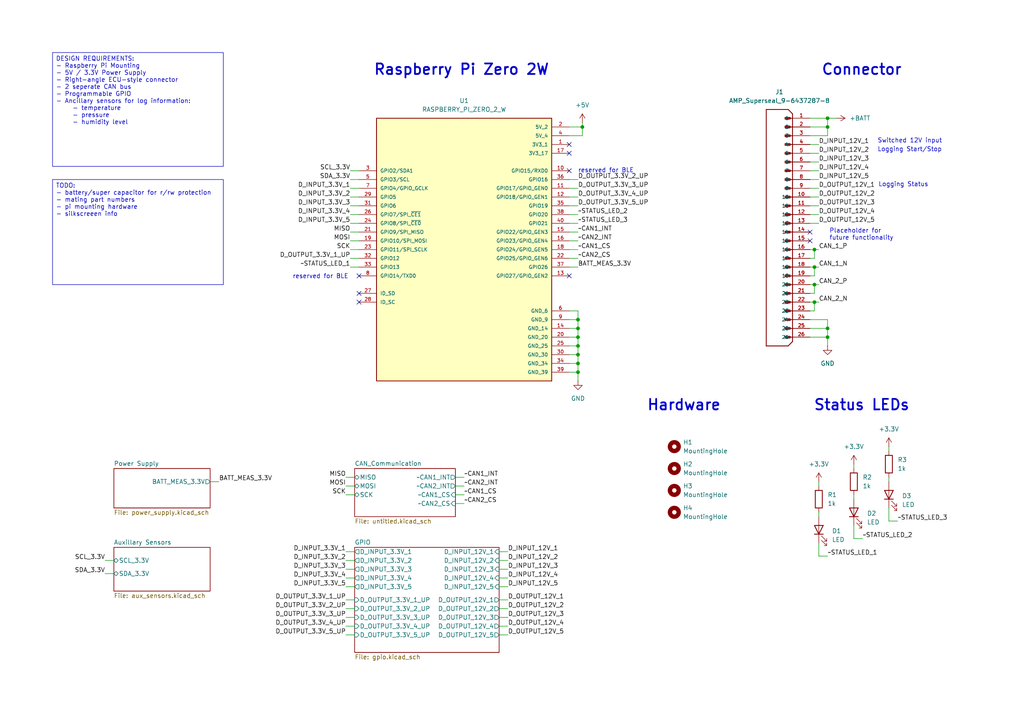
<source format=kicad_sch>
(kicad_sch (version 20250114) (generator "eeschema") (generator_version "9.0")
  (paper "A4")
  (title_block (title "CAN Data Logger PCB") (date "2025-05-27") (rev "1.0") (company "Brian Glen"))
  (lib_symbols
    (symbol "Device:LED" (pin_numbers (hide yes)) (pin_names (offset 1.016) (hide yes))
      (property "Reference" "D" (at 0 2.54 0))
      (property "Value" "LED" (at 0 -2.54 0))
      (symbol "LED_0_1"
        (polyline (pts (xy -3.048 -0.762) (xy -4.572 -2.286) (xy -3.81 -2.286) (xy -4.572 -2.286) (xy -4.572 -1.524)))
        (polyline (pts (xy -1.778 -0.762) (xy -3.302 -2.286) (xy -2.54 -2.286) (xy -3.302 -2.286) (xy -3.302 -1.524)))
        (polyline (pts (xy -1.27 0) (xy 1.27 0)))
        (polyline (pts (xy -1.27 -1.27) (xy -1.27 1.27)) (stroke (width 0.254)))
        (polyline (pts (xy 1.27 -1.27) (xy 1.27 1.27) (xy -1.27 0) (xy 1.27 -1.27)) (stroke (width 0.254)))
      )
      (symbol "LED_1_1"
        (pin passive line (at -3.81 0 0) (length 2.54) (name "K") (number "1"))
        (pin passive line (at 3.81 0 180) (length 2.54) (name "A") (number "2"))
      )
    )
    (symbol "Device:R" (pin_numbers (hide yes)) (pin_names (offset 0))
      (property "Reference" "R" (at 2.032 0 90))
      (property "Value" "R" (at 0 0 90))
      (symbol "R_0_1"
        (rectangle (start -1.016 -2.54) (end 1.016 2.54) (stroke (width 0.254)))
      )
      (symbol "R_1_1"
        (pin passive line (at 0 3.81 270) (length 1.27) (name "~") (number "1"))
        (pin passive line (at 0 -3.81 90) (length 1.27) (name "~") (number "2"))
      )
    )
    (symbol "GND_1" (power) (pin_numbers (hide yes)) (pin_names (offset 0) (hide yes))
      (property "Value" "GND" (at 0 -3.81 0))
      (symbol "GND_1_0_1"
        (polyline (pts (xy 0 0) (xy 0 -1.27) (xy 1.27 -1.27) (xy 0 -2.54) (xy -1.27 -1.27) (xy 0 -1.27)))
      )
      (symbol "GND_1_1_1"
        (pin power_in line (at 0 0 270) (length 0) (name "~") (number "1"))
      )
    )
    (symbol "Mechanical:MountingHole" (pin_names (offset 1.016)) (in_bom no)
      (property "Reference" "H" (at 0 5.08 0))
      (property "Value" "MountingHole" (at 0 3.175 0))
      (symbol "MountingHole_0_1"
        (circle (center 0 0) (radius 1.27) (stroke (width 1.27)))
      )
    )
    (symbol "can_datalogger_board:AMP_Superseal_9-6437287-8" (pin_names (offset 1.016))
      (property "Reference" "J" (at 0 34.29 0))
      (property "Value" "AMP_Superseal_9-6437287-8" (at 0 -38.1 0))
      (symbol "AMP_Superseal_9-6437287-8_0_0"
        (polyline (pts (xy 0 31.75) (xy 0 -34.29)) (stroke (width 0.254)))
        (polyline (pts (xy 0 31.75) (xy 1.27 33.02)) (stroke (width 0.254)))
        (polyline (pts (xy 0 30.48) (xy 1.905 30.48)) (stroke (width 0.254)))
        (polyline (pts (xy 0 27.94) (xy 1.905 27.94)) (stroke (width 0.254)))
        (polyline (pts (xy 0 25.4) (xy 1.905 25.4)) (stroke (width 0.254)))
        (polyline (pts (xy 0 22.86) (xy 1.905 22.86)) (stroke (width 0.254)))
        (polyline (pts (xy 0 20.32) (xy 1.905 20.32)) (stroke (width 0.254)))
        (polyline (pts (xy 0 17.78) (xy 1.905 17.78)) (stroke (width 0.254)))
        (polyline (pts (xy 0 15.24) (xy 1.905 15.24)) (stroke (width 0.254)))
        (polyline (pts (xy 0 12.7) (xy 1.905 12.7)) (stroke (width 0.254)))
        (polyline (pts (xy 0 10.16) (xy 1.905 10.16)) (stroke (width 0.254)))
        (polyline (pts (xy 0 7.62) (xy 1.905 7.62)) (stroke (width 0.254)))
        (polyline (pts (xy 0 5.08) (xy 1.905 5.08)) (stroke (width 0.254)))
        (polyline (pts (xy 0 2.54) (xy 1.905 2.54)) (stroke (width 0.254)))
        (polyline (pts (xy 0 0) (xy 1.905 0)) (stroke (width 0.254)))
        (polyline (pts (xy 0 -2.54) (xy 1.905 -2.54)) (stroke (width 0.254)))
        (polyline (pts (xy 0 -5.08) (xy 1.905 -5.08)) (stroke (width 0.254)))
        (polyline (pts (xy 0 -7.62) (xy 1.905 -7.62)) (stroke (width 0.254)))
        (polyline (pts (xy 0 -10.16) (xy 1.905 -10.16)) (stroke (width 0.254)))
        (polyline (pts (xy 0 -12.7) (xy 1.905 -12.7)) (stroke (width 0.254)))
        (polyline (pts (xy 0 -15.24) (xy 1.905 -15.24)) (stroke (width 0.254)))
        (polyline (pts (xy 0 -17.78) (xy 1.905 -17.78)) (stroke (width 0.254)))
        (polyline (pts (xy 0 -20.32) (xy 1.905 -20.32)) (stroke (width 0.254)))
        (polyline (pts (xy 0 -22.86) (xy 1.905 -22.86)) (stroke (width 0.254)))
        (polyline (pts (xy 0 -25.4) (xy 1.905 -25.4)) (stroke (width 0.254)))
        (polyline (pts (xy 0 -27.94) (xy 1.905 -27.94)) (stroke (width 0.254)))
        (polyline (pts (xy 0 -30.48) (xy 1.905 -30.48)) (stroke (width 0.254)))
        (polyline (pts (xy 0 -33.02) (xy 1.905 -33.02)) (stroke (width 0.254)))
        (polyline (pts (xy 0 -34.29) (xy 1.27 -35.56)) (stroke (width 0.254)))
        (rectangle (start 0.635 30.1625) (end 2.2225 30.7975) (stroke (width 0.1)) (fill (type outline)))
        (rectangle (start 0.635 27.6225) (end 2.2225 28.2575) (stroke (width 0.1)) (fill (type outline)))
        (rectangle (start 0.635 25.0825) (end 2.2225 25.7175) (stroke (width 0.1)) (fill (type outline)))
        (rectangle (start 0.635 22.5425) (end 2.2225 23.1775) (stroke (width 0.1)) (fill (type outline)))
        (rectangle (start 0.635 20.0025) (end 2.2225 20.6375) (stroke (width 0.1)) (fill (type outline)))
        (rectangle (start 0.635 17.4625) (end 2.2225 18.0975) (stroke (width 0.1)) (fill (type outline)))
        (rectangle (start 0.635 14.9225) (end 2.2225 15.5575) (stroke (width 0.1)) (fill (type outline)))
        (rectangle (start 0.635 12.3825) (end 2.2225 13.0175) (stroke (width 0.1)) (fill (type outline)))
        (rectangle (start 0.635 9.8425) (end 2.2225 10.4775) (stroke (width 0.1)) (fill (type outline)))
        (rectangle (start 0.635 7.3025) (end 2.2225 7.9375) (stroke (width 0.1)) (fill (type outline)))
        (rectangle (start 0.635 4.7625) (end 2.2225 5.3975) (stroke (width 0.1)) (fill (type outline)))
        (rectangle (start 0.635 2.2225) (end 2.2225 2.8575) (stroke (width 0.1)) (fill (type outline)))
        (rectangle (start 0.635 -0.3175) (end 2.2225 0.3175) (stroke (width 0.1)) (fill (type outline)))
        (rectangle (start 0.635 -2.8575) (end 2.2225 -2.2225) (stroke (width 0.1)) (fill (type outline)))
        (rectangle (start 0.635 -5.3975) (end 2.2225 -4.7625) (stroke (width 0.1)) (fill (type outline)))
        (rectangle (start 0.635 -7.9375) (end 2.2225 -7.3025) (stroke (width 0.1)) (fill (type outline)))
        (rectangle (start 0.635 -10.4775) (end 2.2225 -9.8425) (stroke (width 0.1)) (fill (type outline)))
        (rectangle (start 0.635 -13.0175) (end 2.2225 -12.3825) (stroke (width 0.1)) (fill (type outline)))
        (rectangle (start 0.635 -15.5575) (end 2.2225 -14.9225) (stroke (width 0.1)) (fill (type outline)))
        (rectangle (start 0.635 -18.0975) (end 2.2225 -17.4625) (stroke (width 0.1)) (fill (type outline)))
        (rectangle (start 0.635 -20.6375) (end 2.2225 -20.0025) (stroke (width 0.1)) (fill (type outline)))
        (rectangle (start 0.635 -23.1775) (end 2.2225 -22.5425) (stroke (width 0.1)) (fill (type outline)))
        (rectangle (start 0.635 -25.7175) (end 2.2225 -25.0825) (stroke (width 0.1)) (fill (type outline)))
        (rectangle (start 0.635 -28.2575) (end 2.2225 -27.6225) (stroke (width 0.1)) (fill (type outline)))
        (rectangle (start 0.635 -30.7975) (end 2.2225 -30.1625) (stroke (width 0.1)) (fill (type outline)))
        (rectangle (start 0.635 -33.3375) (end 2.2225 -32.7025) (stroke (width 0.1)) (fill (type outline)))
        (polyline (pts (xy 1.27 -35.56) (xy 7.62 -35.56)) (stroke (width 0.254)))
        (polyline (pts (xy 7.62 33.02) (xy 1.27 33.02)) (stroke (width 0.254)))
        (polyline (pts (xy 7.62 -35.56) (xy 7.62 33.02)) (stroke (width 0.254)))
        (pin passive line (at -5.08 30.48 0) (length 5.08) (name "1") (number "1"))
        (pin passive line (at -5.08 27.94 0) (length 5.08) (name "2") (number "2"))
        (pin passive line (at -5.08 25.4 0) (length 5.08) (name "3") (number "3"))
        (pin passive line (at -5.08 22.86 0) (length 5.08) (name "4") (number "4"))
        (pin passive line (at -5.08 20.32 0) (length 5.08) (name "5") (number "5"))
        (pin passive line (at -5.08 17.78 0) (length 5.08) (name "6") (number "6"))
        (pin passive line (at -5.08 15.24 0) (length 5.08) (name "7") (number "7"))
        (pin passive line (at -5.08 12.7 0) (length 5.08) (name "8") (number "8"))
        (pin passive line (at -5.08 10.16 0) (length 5.08) (name "9") (number "9"))
        (pin passive line (at -5.08 7.62 0) (length 5.08) (name "10") (number "10"))
        (pin passive line (at -5.08 5.08 0) (length 5.08) (name "11") (number "11"))
        (pin passive line (at -5.08 2.54 0) (length 5.08) (name "12") (number "12"))
        (pin passive line (at -5.08 0 0) (length 5.08) (name "13") (number "13"))
        (pin passive line (at -5.08 -2.54 0) (length 5.08) (name "14") (number "14"))
        (pin passive line (at -5.08 -5.08 0) (length 5.08) (name "15") (number "15"))
        (pin passive line (at -5.08 -7.62 0) (length 5.08) (name "16") (number "16"))
        (pin passive line (at -5.08 -10.16 0) (length 5.08) (name "17") (number "17"))
        (pin passive line (at -5.08 -12.7 0) (length 5.08) (name "18") (number "18"))
        (pin passive line (at -5.08 -15.24 0) (length 5.08) (name "19") (number "19"))
        (pin passive line (at -5.08 -17.78 0) (length 5.08) (name "20") (number "20"))
        (pin passive line (at -5.08 -20.32 0) (length 5.08) (name "21") (number "21"))
        (pin passive line (at -5.08 -22.86 0) (length 5.08) (name "22") (number "22"))
        (pin passive line (at -5.08 -25.4 0) (length 5.08) (name "23") (number "23"))
        (pin passive line (at -5.08 -27.94 0) (length 5.08) (name "24") (number "24"))
        (pin passive line (at -5.08 -30.48 0) (length 5.08) (name "25") (number "25"))
        (pin passive line (at -5.08 -33.02 0) (length 5.08) (name "26") (number "26"))
      )
    )
    (symbol "can_datalogger_board:RASPBERRY_PI_ZERO_2_W" (pin_names (offset 1.016))
      (property "Reference" "U" (at -25.42 39.3962 0))
      (property "Value" "RASPBERRY_PI_ZERO_2_W" (at -25.4191 -40.6687 0))
      (symbol "RASPBERRY_PI_ZERO_2_W_0_0"
        (rectangle (start -25.4 -38.1) (end 25.4 38.1) (stroke (width 0.254)) (fill (type background)))
        (pin bidirectional line (at -30.48 22.86 0) (length 5.08) (name "GPIO2/SDA1") (number "3"))
        (pin bidirectional line (at -30.48 20.32 0) (length 5.08) (name "GPIO3/SCL") (number "5"))
        (pin bidirectional line (at -30.48 17.78 0) (length 5.08) (name "GPIO4/GPIO_GCLK") (number "7"))
        (pin bidirectional line (at -30.48 15.24 0) (length 5.08) (name "GPIO5") (number "29"))
        (pin bidirectional line (at -30.48 12.7 0) (length 5.08) (name "GPIO6") (number "31"))
        (pin bidirectional line (at -30.48 10.16 0) (length 5.08) (name "GPIO7/SPI_~{CE1}") (number "26"))
        (pin bidirectional line (at -30.48 7.62 0) (length 5.08) (name "GPIO8/SPI_~{CE0}") (number "24"))
        (pin bidirectional line (at -30.48 5.08 0) (length 5.08) (name "GPIO9/SPI_MISO") (number "21"))
        (pin bidirectional line (at -30.48 2.54 0) (length 5.08) (name "GPIO10/SPI_MOSI") (number "19"))
        (pin bidirectional line (at -30.48 0 0) (length 5.08) (name "GPIO11/SPI_SCLK") (number "23"))
        (pin bidirectional line (at -30.48 -2.54 0) (length 5.08) (name "GPIO12") (number "32"))
        (pin bidirectional line (at -30.48 -5.08 0) (length 5.08) (name "GPIO13") (number "33"))
        (pin bidirectional line (at -30.48 -7.62 0) (length 5.08) (name "GPIO14/TXD0") (number "8"))
        (pin bidirectional line (at -30.48 -12.7 0) (length 5.08) (name "ID_SD") (number "27"))
        (pin bidirectional line (at -30.48 -15.24 0) (length 5.08) (name "ID_SC") (number "28"))
        (pin power_in line (at 30.48 35.56 180) (length 5.08) (name "5V_2") (number "2"))
        (pin power_in line (at 30.48 33.02 180) (length 5.08) (name "5V_4") (number "4"))
        (pin power_in line (at 30.48 30.48 180) (length 5.08) (name "3V3_1") (number "1"))
        (pin power_in line (at 30.48 27.94 180) (length 5.08) (name "3V3_17") (number "17"))
        (pin bidirectional line (at 30.48 22.86 180) (length 5.08) (name "GPIO15/RXD0") (number "10"))
        (pin bidirectional line (at 30.48 20.32 180) (length 5.08) (name "GPIO16") (number "36"))
        (pin bidirectional line (at 30.48 17.78 180) (length 5.08) (name "GPIO17/GPIO_GEN0") (number "11"))
        (pin bidirectional line (at 30.48 15.24 180) (length 5.08) (name "GPIO18/GPIO_GEN1") (number "12"))
        (pin bidirectional line (at 30.48 12.7 180) (length 5.08) (name "GPIO19") (number "35"))
        (pin bidirectional line (at 30.48 10.16 180) (length 5.08) (name "GPIO20") (number "38"))
        (pin bidirectional line (at 30.48 7.62 180) (length 5.08) (name "GPIO21") (number "40"))
        (pin bidirectional line (at 30.48 5.08 180) (length 5.08) (name "GPIO22/GPIO_GEN3") (number "15"))
        (pin bidirectional line (at 30.48 2.54 180) (length 5.08) (name "GPIO23/GPIO_GEN4") (number "16"))
        (pin bidirectional line (at 30.48 0 180) (length 5.08) (name "GPIO24/GPIO_GEN5") (number "18"))
        (pin bidirectional line (at 30.48 -2.54 180) (length 5.08) (name "GPIO25/GPIO_GEN6") (number "22"))
        (pin bidirectional line (at 30.48 -5.08 180) (length 5.08) (name "GPIO26") (number "37"))
        (pin bidirectional line (at 30.48 -7.62 180) (length 5.08) (name "GPIO27/GPIO_GEN2") (number "13"))
        (pin power_in line (at 30.48 -17.78 180) (length 5.08) (name "GND_6") (number "6"))
        (pin power_in line (at 30.48 -20.32 180) (length 5.08) (name "GND_9") (number "9"))
        (pin power_in line (at 30.48 -22.86 180) (length 5.08) (name "GND_14") (number "14"))
        (pin power_in line (at 30.48 -25.4 180) (length 5.08) (name "GND_20") (number "20"))
        (pin power_in line (at 30.48 -27.94 180) (length 5.08) (name "GND_25") (number "25"))
        (pin power_in line (at 30.48 -30.48 180) (length 5.08) (name "GND_30") (number "30"))
        (pin power_in line (at 30.48 -33.02 180) (length 5.08) (name "GND_34") (number "34"))
        (pin power_in line (at 30.48 -35.56 180) (length 5.08) (name "GND_39") (number "39"))
      )
    )
    (symbol "power:+3.3V" (power) (pin_numbers (hide yes)) (pin_names (offset 0) (hide yes))
      (property "Value" "+3.3V" (at 0 3.556 0))
      (symbol "+3.3V_0_1"
        (polyline (pts (xy -0.762 1.27) (xy 0 2.54)))
        (polyline (pts (xy 0 2.54) (xy 0.762 1.27)))
        (polyline (pts (xy 0 0) (xy 0 2.54)))
      )
      (symbol "+3.3V_1_1"
        (pin power_in line (at 0 0 90) (length 0) (name "~") (number "1"))
      )
    )
    (symbol "power:+5V" (power) (pin_numbers (hide yes)) (pin_names (offset 0) (hide yes))
      (property "Value" "+5V" (at 0 3.556 0))
      (symbol "+5V_0_1"
        (polyline (pts (xy -0.762 1.27) (xy 0 2.54)))
        (polyline (pts (xy 0 2.54) (xy 0.762 1.27)))
        (polyline (pts (xy 0 0) (xy 0 2.54)))
      )
      (symbol "+5V_1_1"
        (pin power_in line (at 0 0 90) (length 0) (name "~") (number "1"))
      )
    )
    (symbol "power:+BATT" (power) (pin_numbers (hide yes)) (pin_names (offset 0) (hide yes))
      (property "Value" "+BATT" (at 0 3.556 0))
      (symbol "+BATT_0_1"
        (polyline (pts (xy -0.762 1.27) (xy 0 2.54)))
        (polyline (pts (xy 0 2.54) (xy 0.762 1.27)))
        (polyline (pts (xy 0 0) (xy 0 2.54)))
      )
      (symbol "+BATT_1_1"
        (pin power_in line (at 0 0 90) (length 0) (name "~") (number "1"))
      )
    )
    (symbol "power:GND" (power) (pin_numbers (hide yes)) (pin_names (offset 0) (hide yes))
      (property "Value" "GND" (at 0 -3.81 0))
      (symbol "GND_0_1"
        (polyline (pts (xy 0 0) (xy 0 -1.27) (xy 1.27 -1.27) (xy 0 -2.54) (xy -1.27 -1.27) (xy 0 -1.27)))
      )
      (symbol "GND_1_1"
        (pin power_in line (at 0 0 270) (length 0) (name "~") (number "1"))
      )
    )
  )
  (text "Switched 12V input" (at 254.508 40.894 0) (effects (font (size 1.27 1.27)) (justify left)))
  (text "reserved for BLE" (at 175.768 49.53 0) (effects (font (size 1.27 1.27))))
  (text "Status LEDs" (at 249.936 117.602 0) (effects (font (size 3.048 3.048) (thickness 0.508) (bold yes))))
  (text "Logging Start/Stop" (at 254.508 43.434 0) (effects (font (size 1.27 1.27)) (justify left)))
  (text "Logging Status" (at 254.762 53.594 0) (effects (font (size 1.27 1.27)) (justify left)))
  (text "Connector" (at 249.936 20.32 0) (effects (font (size 3.048 3.048) (thickness 0.508) (bold yes))))
  (text "Hardware" (at 198.374 117.602 0) (effects (font (size 3.048 3.048) (thickness 0.508) (bold yes))))
  (text "Raspberry Pi Zero 2W" (at 133.858 20.32 0) (effects (font (size 3.048 3.048) (thickness 0.508) (bold yes))))
  (text "Placeholder for \nfuture functionality" (at 240.538 68.072 0) (effects (font (size 1.27 1.27)) (justify left)))
  (text "reserved for BLE" (at 92.964 80.264 0) (effects (font (size 1.27 1.27))))
  (text_box "TODO:\n- battery/super capacitor for r/rw protection\n- mating part numbers\n- pi mounting hardware\n- silkscreeen info" (at 15.24 52.07 0) (size 49.53 30.48) (margins 0.9525 0.9525 0.9525 0.9525) (effects (font (size 1.27 1.27)) (justify left top)))
  (text_box "DESIGN REQUIREMENTS:\n- Raspberry Pi Mounting\n- 5V / 3.3V Power Supply\n- Right-angle ECU-style connector\n- 2 seperate CAN bus\n- Programmable GPIO\n- Ancillary sensors for log information:\n	- temperature\n	- pressure\n	- humidity level" (at 15.24 15.24 0) (size 49.53 33.02) (margins 0.9525 0.9525 0.9525 0.9525) (effects (font (size 1.27 1.27)) (justify left top)))
  (junction (at 167.64 107.95))
  (junction (at 167.64 100.33))
  (junction (at 240.03 36.83))
  (junction (at 167.64 102.87))
  (junction (at 236.22 82.55))
  (junction (at 167.64 95.25))
  (junction (at 167.64 97.79))
  (junction (at 167.64 105.41))
  (junction (at 167.64 92.71))
  (junction (at 240.03 97.79))
  (junction (at 168.91 36.83))
  (junction (at 236.22 87.63))
  (junction (at 240.03 34.29))
  (junction (at 236.22 77.47))
  (junction (at 236.22 72.39))
  (junction (at 240.03 95.25))
  (no_connect (at 234.95 69.85))
  (no_connect (at 165.1 41.91))
  (no_connect (at 165.1 80.01))
  (no_connect (at 104.14 80.01))
  (no_connect (at 165.1 49.53))
  (no_connect (at 165.1 44.45))
  (no_connect (at 104.14 87.63))
  (no_connect (at 104.14 85.09))
  (no_connect (at 234.95 67.31))
  (wire (pts (xy 60.96 139.7) (xy 63.5 139.7)))
  (wire (pts (xy 242.57 34.29) (xy 240.03 34.29)))
  (wire (pts (xy 247.65 156.21) (xy 247.65 152.4)))
  (wire (pts (xy 100.33 165.1) (xy 102.87 165.1)))
  (wire (pts (xy 234.95 72.39) (xy 236.22 72.39)))
  (wire (pts (xy 101.6 52.07) (xy 104.14 52.07)))
  (wire (pts (xy 165.1 36.83) (xy 168.91 36.83)))
  (wire (pts (xy 167.64 92.71) (xy 167.64 90.17)))
  (wire (pts (xy 236.22 77.47) (xy 236.22 80.01)))
  (wire (pts (xy 234.95 87.63) (xy 236.22 87.63)))
  (wire (pts (xy 240.03 92.71) (xy 240.03 95.25)))
  (wire (pts (xy 101.6 57.15) (xy 104.14 57.15)))
  (wire (pts (xy 101.6 49.53) (xy 104.14 49.53)))
  (wire (pts (xy 144.78 160.02) (xy 147.32 160.02)))
  (wire (pts (xy 234.95 82.55) (xy 236.22 82.55)))
  (wire (pts (xy 100.33 143.51) (xy 102.87 143.51)))
  (wire (pts (xy 234.95 34.29) (xy 240.03 34.29)))
  (wire (pts (xy 237.49 161.29) (xy 237.49 157.48)))
  (wire (pts (xy 165.1 107.95) (xy 167.64 107.95)))
  (wire (pts (xy 234.95 46.99) (xy 237.49 46.99)))
  (wire (pts (xy 165.1 72.39) (xy 167.64 72.39)))
  (wire (pts (xy 100.33 176.53) (xy 102.87 176.53)))
  (wire (pts (xy 132.08 138.43) (xy 134.62 138.43)))
  (wire (pts (xy 101.6 74.93) (xy 104.14 74.93)))
  (wire (pts (xy 132.08 140.97) (xy 134.62 140.97)))
  (wire (pts (xy 100.33 162.56) (xy 102.87 162.56)))
  (wire (pts (xy 237.49 148.59) (xy 237.49 149.86)))
  (wire (pts (xy 168.91 39.37) (xy 165.1 39.37)))
  (wire (pts (xy 165.1 92.71) (xy 167.64 92.71)))
  (wire (pts (xy 144.78 181.61) (xy 147.32 181.61)))
  (wire (pts (xy 30.48 166.37) (xy 33.02 166.37)))
  (wire (pts (xy 165.1 57.15) (xy 167.64 57.15)))
  (wire (pts (xy 167.64 102.87) (xy 167.64 100.33)))
  (wire (pts (xy 257.81 129.54) (xy 257.81 130.81)))
  (wire (pts (xy 144.78 176.53) (xy 147.32 176.53)))
  (wire (pts (xy 101.6 72.39) (xy 104.14 72.39)))
  (wire (pts (xy 144.78 184.15) (xy 147.32 184.15)))
  (wire (pts (xy 234.95 49.53) (xy 237.49 49.53)))
  (wire (pts (xy 234.95 62.23) (xy 237.49 62.23)))
  (wire (pts (xy 100.33 167.64) (xy 102.87 167.64)))
  (wire (pts (xy 234.95 92.71) (xy 240.03 92.71)))
  (wire (pts (xy 237.49 139.7) (xy 237.49 140.97)))
  (wire (pts (xy 234.95 36.83) (xy 240.03 36.83)))
  (wire (pts (xy 234.95 52.07) (xy 237.49 52.07)))
  (wire (pts (xy 167.64 90.17) (xy 165.1 90.17)))
  (wire (pts (xy 168.91 36.83) (xy 168.91 39.37)))
  (wire (pts (xy 144.78 179.07) (xy 147.32 179.07)))
  (wire (pts (xy 144.78 162.56) (xy 147.32 162.56)))
  (wire (pts (xy 165.1 95.25) (xy 167.64 95.25)))
  (wire (pts (xy 144.78 170.18) (xy 147.32 170.18)))
  (wire (pts (xy 132.08 143.51) (xy 134.62 143.51)))
  (wire (pts (xy 257.81 151.13) (xy 257.81 147.32)))
  (wire (pts (xy 234.95 97.79) (xy 240.03 97.79)))
  (wire (pts (xy 234.95 95.25) (xy 240.03 95.25)))
  (wire (pts (xy 257.81 138.43) (xy 257.81 139.7)))
  (wire (pts (xy 240.03 34.29) (xy 240.03 36.83)))
  (wire (pts (xy 165.1 62.23) (xy 167.64 62.23)))
  (wire (pts (xy 165.1 52.07) (xy 167.64 52.07)))
  (wire (pts (xy 101.6 64.77) (xy 104.14 64.77)))
  (wire (pts (xy 132.08 146.05) (xy 134.62 146.05)))
  (wire (pts (xy 165.1 97.79) (xy 167.64 97.79)))
  (wire (pts (xy 167.64 105.41) (xy 167.64 102.87)))
  (wire (pts (xy 247.65 134.62) (xy 247.65 135.89)))
  (wire (pts (xy 100.33 184.15) (xy 102.87 184.15)))
  (wire (pts (xy 100.33 173.99) (xy 102.87 173.99)))
  (wire (pts (xy 100.33 179.07) (xy 102.87 179.07)))
  (wire (pts (xy 236.22 82.55) (xy 236.22 85.09)))
  (wire (pts (xy 236.22 80.01) (xy 234.95 80.01)))
  (wire (pts (xy 100.33 170.18) (xy 102.87 170.18)))
  (wire (pts (xy 234.95 54.61) (xy 237.49 54.61)))
  (wire (pts (xy 144.78 173.99) (xy 147.32 173.99)))
  (wire (pts (xy 165.1 74.93) (xy 167.64 74.93)))
  (wire (pts (xy 100.33 140.97) (xy 102.87 140.97)))
  (wire (pts (xy 234.95 57.15) (xy 237.49 57.15)))
  (wire (pts (xy 234.95 64.77) (xy 237.49 64.77)))
  (wire (pts (xy 101.6 62.23) (xy 104.14 62.23)))
  (wire (pts (xy 167.64 97.79) (xy 167.64 95.25)))
  (wire (pts (xy 236.22 72.39) (xy 236.22 74.93)))
  (wire (pts (xy 250.19 156.21) (xy 247.65 156.21)))
  (wire (pts (xy 101.6 59.69) (xy 104.14 59.69)))
  (wire (pts (xy 144.78 167.64) (xy 147.32 167.64)))
  (wire (pts (xy 100.33 181.61) (xy 102.87 181.61)))
  (wire (pts (xy 247.65 143.51) (xy 247.65 144.78)))
  (wire (pts (xy 167.64 95.25) (xy 167.64 92.71)))
  (wire (pts (xy 167.64 110.49) (xy 167.64 107.95)))
  (wire (pts (xy 165.1 100.33) (xy 167.64 100.33)))
  (wire (pts (xy 236.22 74.93) (xy 234.95 74.93)))
  (wire (pts (xy 234.95 44.45) (xy 237.49 44.45)))
  (wire (pts (xy 236.22 87.63) (xy 236.22 90.17)))
  (wire (pts (xy 101.6 69.85) (xy 104.14 69.85)))
  (wire (pts (xy 236.22 77.47) (xy 237.49 77.47)))
  (wire (pts (xy 234.95 59.69) (xy 237.49 59.69)))
  (wire (pts (xy 240.03 161.29) (xy 237.49 161.29)))
  (wire (pts (xy 165.1 54.61) (xy 167.64 54.61)))
  (wire (pts (xy 101.6 54.61) (xy 104.14 54.61)))
  (wire (pts (xy 165.1 59.69) (xy 167.64 59.69)))
  (wire (pts (xy 240.03 97.79) (xy 240.03 100.33)))
  (wire (pts (xy 240.03 95.25) (xy 240.03 97.79)))
  (wire (pts (xy 234.95 41.91) (xy 237.49 41.91)))
  (wire (pts (xy 167.64 100.33) (xy 167.64 97.79)))
  (wire (pts (xy 101.6 77.47) (xy 104.14 77.47)))
  (wire (pts (xy 167.64 107.95) (xy 167.64 105.41)))
  (wire (pts (xy 240.03 36.83) (xy 240.03 39.37)))
  (wire (pts (xy 234.95 39.37) (xy 240.03 39.37)))
  (wire (pts (xy 165.1 105.41) (xy 167.64 105.41)))
  (wire (pts (xy 165.1 69.85) (xy 167.64 69.85)))
  (wire (pts (xy 165.1 102.87) (xy 167.64 102.87)))
  (wire (pts (xy 234.95 77.47) (xy 236.22 77.47)))
  (wire (pts (xy 236.22 90.17) (xy 234.95 90.17)))
  (wire (pts (xy 165.1 64.77) (xy 167.64 64.77)))
  (wire (pts (xy 100.33 138.43) (xy 102.87 138.43)))
  (wire (pts (xy 260.35 151.13) (xy 257.81 151.13)))
  (wire (pts (xy 100.33 160.02) (xy 102.87 160.02)))
  (wire (pts (xy 30.48 162.56) (xy 33.02 162.56)))
  (wire (pts (xy 101.6 67.31) (xy 104.14 67.31)))
  (wire (pts (xy 165.1 77.47) (xy 167.64 77.47)))
  (wire (pts (xy 236.22 72.39) (xy 237.49 72.39)))
  (wire (pts (xy 165.1 67.31) (xy 167.64 67.31)))
  (wire (pts (xy 236.22 87.63) (xy 237.49 87.63)))
  (wire (pts (xy 236.22 85.09) (xy 234.95 85.09)))
  (wire (pts (xy 144.78 165.1) (xy 147.32 165.1)))
  (wire (pts (xy 168.91 35.56) (xy 168.91 36.83)))
  (wire (pts (xy 236.22 82.55) (xy 237.49 82.55)))
  (label "D_INPUT_12V_3" (at 147.32 165.1 0))
  (label "~STATUS_LED_2" (at 250.19 156.21 0))
  (label "D_INPUT_3.3V_2" (at 100.33 162.56 180))
  (label "~CAN2_INT" (at 134.62 140.97 0))
  (label "~STATUS_LED_2" (at 167.64 62.23 0))
  (label "BATT_MEAS_3.3V" (at 63.5 139.7 0))
  (label "D_INPUT_3.3V_5" (at 101.6 64.77 180))
  (label "D_INPUT_12V_4" (at 237.49 49.53 0))
  (label "CAN_1_N" (at 237.49 77.47 0))
  (label "SDA_3.3V" (at 30.48 166.37 180))
  (label "D_OUTPUT_12V_4" (at 237.49 62.23 0))
  (label "D_INPUT_3.3V_4" (at 100.33 167.64 180))
  (label "SCK" (at 100.33 143.51 180))
  (label "D_INPUT_12V_5" (at 147.32 170.18 0))
  (label "D_OUTPUT_12V_1" (at 147.32 173.99 0))
  (label "D_INPUT_12V_5" (at 237.49 52.07 0))
  (label "CAN_2_N" (at 237.49 87.63 0))
  (label "~CAN2_CS" (at 167.64 74.93 0))
  (label "~CAN2_CS" (at 134.62 146.05 0))
  (label "MISO" (at 100.33 138.43 180))
  (label "D_OUTPUT_12V_5" (at 147.32 184.15 0))
  (label "D_INPUT_12V_2" (at 237.49 44.45 0))
  (label "D_OUTPUT_12V_1" (at 237.49 54.61 0))
  (label "D_OUTPUT_3.3V_2_UP" (at 100.33 176.53 180))
  (label "D_OUTPUT_12V_3" (at 147.32 179.07 0))
  (label "D_INPUT_3.3V_2" (at 101.6 57.15 180))
  (label "~STATUS_LED_1" (at 240.03 161.29 0))
  (label "D_OUTPUT_3.3V_3_UP" (at 167.64 54.61 0))
  (label "SCK" (at 101.6 72.39 180))
  (label "BATT_MEAS_3.3V" (at 167.64 77.47 0))
  (label "D_OUTPUT_12V_2" (at 147.32 176.53 0))
  (label "~STATUS_LED_1" (at 101.6 77.47 180))
  (label "D_OUTPUT_12V_3" (at 237.49 59.69 0))
  (label "D_OUTPUT_12V_2" (at 237.49 57.15 0))
  (label "~CAN2_INT" (at 167.64 69.85 0))
  (label "D_OUTPUT_3.3V_5_UP" (at 167.64 59.69 0))
  (label "D_INPUT_3.3V_1" (at 100.33 160.02 180))
  (label "~CAN1_CS" (at 134.62 143.51 0))
  (label "~CAN1_CS" (at 167.64 72.39 0))
  (label "D_INPUT_3.3V_3" (at 101.6 59.69 180))
  (label "D_OUTPUT_3.3V_4_UP" (at 167.64 57.15 0))
  (label "~STATUS_LED_3" (at 260.35 151.13 0))
  (label "SDA_3.3V" (at 101.6 52.07 180))
  (label "MISO" (at 101.6 67.31 180))
  (label "SCL_3.3V" (at 30.48 162.56 180))
  (label "MOSI" (at 100.33 140.97 180))
  (label "D_OUTPUT_3.3V_2_UP" (at 167.64 52.07 0))
  (label "CAN_1_P" (at 237.49 72.39 0))
  (label "D_OUTPUT_12V_4" (at 147.32 181.61 0))
  (label "D_OUTPUT_3.3V_4_UP" (at 100.33 181.61 180))
  (label "D_OUTPUT_3.3V_5_UP" (at 100.33 184.15 180))
  (label "D_INPUT_3.3V_5" (at 100.33 170.18 180))
  (label "~STATUS_LED_3" (at 167.64 64.77 0))
  (label "D_INPUT_12V_4" (at 147.32 167.64 0))
  (label "D_INPUT_12V_3" (at 237.49 46.99 0))
  (label "SCL_3.3V" (at 101.6 49.53 180))
  (label "D_INPUT_12V_1" (at 147.32 160.02 0))
  (label "MOSI" (at 101.6 69.85 180))
  (label "~CAN1_INT" (at 167.64 67.31 0))
  (label "D_OUTPUT_3.3V_3_UP" (at 100.33 179.07 180))
  (label "D_OUTPUT_3.3V_1_UP" (at 101.6 74.93 180))
  (label "D_INPUT_3.3V_1" (at 101.6 54.61 180))
  (label "D_INPUT_12V_1" (at 237.49 41.91 0))
  (label "D_OUTPUT_3.3V_1_UP" (at 100.33 173.99 180))
  (label "~CAN1_INT" (at 134.62 138.43 0))
  (label "D_INPUT_3.3V_4" (at 101.6 62.23 180))
  (label "D_INPUT_12V_2" (at 147.32 162.56 0))
  (label "D_OUTPUT_12V_5" (at 237.49 64.77 0))
  (label "D_INPUT_3.3V_3" (at 100.33 165.1 180))
  (label "CAN_2_P" (at 237.49 82.55 0))
  (symbol (lib_id "Device:LED") (at 247.65 148.59 90) (unit 1)
    (property "Reference" "D2" (at 251.46 148.9074 90) (effects (justify right)))
    (property "Value" "LED" (at 251.46 151.4474 90) (effects (justify right)))
    (property "Footprint" "LED_SMD:LED_0603_1608Metric" (effects (hide yes)))
    (property "Description" "Light emitting diode" (effects (hide yes)))
    (property "Sim.Pins" "1=K 2=A" (effects (hide yes)))
  )
  (symbol (lib_id "Device:R") (at 257.81 134.62 0) (unit 1)
    (property "Reference" "R3" (at 260.35 133.3499 0) (effects (justify left)))
    (property "Value" "1k" (at 260.35 135.8899 0) (effects (justify left)))
    (property "Footprint" "Resistor_SMD:R_0603_1608Metric" (effects (hide yes)))
    (property "Description" "Resistor" (effects (hide yes)))
  )
  (symbol (lib_id "Mechanical:MountingHole") (at 195.58 129.54 0) (unit 1) (in_bom no)
    (property "Reference" "H1" (at 198.12 128.2699 0) (effects (justify left)))
    (property "Value" "MountingHole" (at 198.12 130.8099 0) (effects (justify left)))
    (property "Footprint" "MountingHole:MountingHole_3.2mm_M3" (effects (hide yes)))
    (property "Description" "Mounting Hole without connection" (effects (hide yes)))
  )
  (symbol (lib_id "Device:LED") (at 237.49 153.67 90) (unit 1)
    (property "Reference" "D1" (at 241.3 153.9874 90) (effects (justify right)))
    (property "Value" "LED" (at 241.3 156.5274 90) (effects (justify right)))
    (property "Footprint" "LED_SMD:LED_0603_1608Metric" (effects (hide yes)))
    (property "Description" "Light emitting diode" (effects (hide yes)))
    (property "Sim.Pins" "1=K 2=A" (effects (hide yes)))
  )
  (symbol (lib_id "can_datalogger_board:AMP_Superseal_9-6437287-8") (at 229.87 64.77 0) (mirror y) (unit 1)
    (property "Reference" "J1" (at 226.06 26.67 0))
    (property "Value" "AMP_Superseal_9-6437287-8" (at 226.06 29.21 0))
    (property "Footprint" "can_datalogger_board:TE_9-6437287-8" (effects (hide yes)))
    (property "PARTREV" "A1" (effects (hide yes)))
    (property "MANUFACTURER" "TE Connectivity" (effects (hide yes)))
    (property "MAXIMUM_PACKAGE_HEIGHT" "28.15 mm" (effects (hide yes)))
    (property "STANDARD" "Manufacturer recommendations" (effects (hide yes)))
  )
  (symbol (lib_id "power:+5V") (at 168.91 35.56 0) (unit 1)
    (property "Reference" "#PWR02" (effects (hide yes)))
    (property "Value" "+5V" (at 168.91 30.48 0))
    (property "Description" "Power symbol creates a global label with name \"+5V\"" (effects (hide yes)))
  )
  (symbol (lib_id "power:+3.3V") (at 257.81 129.54 0) (unit 1)
    (property "Reference" "#PWR07" (effects (hide yes)))
    (property "Value" "+3.3V" (at 257.81 124.46 0))
    (property "Description" "Power symbol creates a global label with name \"+3.3V\"" (effects (hide yes)))
  )
  (symbol (lib_id "power:GND") (at 167.64 110.49 0) (unit 1)
    (property "Reference" "#PWR01" (effects (hide yes)))
    (property "Value" "GND" (at 167.64 115.57 0))
    (property "Description" "Power symbol creates a global label with name \"GND\" , ground" (effects (hide yes)))
  )
  (symbol (lib_id "Device:R") (at 237.49 144.78 0) (unit 1)
    (property "Reference" "R1" (at 240.03 143.5099 0) (effects (justify left)))
    (property "Value" "1k" (at 240.03 146.0499 0) (effects (justify left)))
    (property "Footprint" "Resistor_SMD:R_0603_1608Metric" (effects (hide yes)))
    (property "Description" "Resistor" (effects (hide yes)))
  )
  (symbol (lib_id "Device:R") (at 247.65 139.7 0) (unit 1)
    (property "Reference" "R2" (at 250.19 138.4299 0) (effects (justify left)))
    (property "Value" "1k" (at 250.19 140.9699 0) (effects (justify left)))
    (property "Footprint" "Resistor_SMD:R_0603_1608Metric" (effects (hide yes)))
    (property "Description" "Resistor" (effects (hide yes)))
  )
  (symbol (lib_id "power:+BATT") (at 242.57 34.29 270) (unit 1)
    (property "Reference" "#PWR05" (effects (hide yes)))
    (property "Value" "+BATT" (at 246.38 34.2899 90) (effects (justify left)))
    (property "Description" "Power symbol creates a global label with name \"+BATT\"" (effects (hide yes)))
  )
  (symbol (lib_id "Mechanical:MountingHole") (at 195.58 148.59 0) (unit 1) (in_bom no)
    (property "Reference" "H4" (at 198.12 147.3199 0) (effects (justify left)))
    (property "Value" "MountingHole" (at 198.12 149.8599 0) (effects (justify left)))
    (property "Footprint" "MountingHole:MountingHole_3.2mm_M3" (effects (hide yes)))
    (property "Description" "Mounting Hole without connection" (effects (hide yes)))
  )
  (symbol (lib_id "power:+3.3V") (at 247.65 134.62 0) (unit 1)
    (property "Reference" "#PWR06" (effects (hide yes)))
    (property "Value" "+3.3V" (at 247.65 129.54 0))
    (property "Description" "Power symbol creates a global label with name \"+3.3V\"" (effects (hide yes)))
  )
  (symbol (lib_id "Mechanical:MountingHole") (at 195.58 142.24 0) (unit 1) (in_bom no)
    (property "Reference" "H3" (at 198.12 140.9699 0) (effects (justify left)))
    (property "Value" "MountingHole" (at 198.12 143.5099 0) (effects (justify left)))
    (property "Footprint" "MountingHole:MountingHole_3.2mm_M3" (effects (hide yes)))
    (property "Description" "Mounting Hole without connection" (effects (hide yes)))
  )
  (symbol (lib_id "can_datalogger_board:RASPBERRY_PI_ZERO_2_W") (at 134.62 72.39 0) (unit 1)
    (property "Reference" "U1" (at 134.62 29.21 0))
    (property "Value" "RASPBERRY_PI_ZERO_2_W" (at 134.62 31.75 0))
    (property "Footprint" "can_datalogger_board:MODULE_RASPBERRY_PI_ZERO_2_W" (effects (hide yes)))
    (property "Datasheet" "https://www.raspberrypi.com/products/raspberry-pi-zero-2-w/" (effects (hide yes)))
    (property "Description" "Pi Zero 2W Single Board Computer" (effects (hide yes)))
    (property "MF" "Raspberry Pi" (effects (hide yes)))
    (property "Description_1" "At the heart of Raspberry Pi Zero 2 W is RP3A0, a custom-built system-in-package designed by Raspberry Pi in the UK." (effects (hide yes)))
    (property "Package" "None" (effects (hide yes)))
    (property "Price" "None" (effects (hide yes)))
    (property "Check_prices" "https://www.snapeda.com/parts/RASPBERRY%20PI%20ZERO%202%20W/Raspberry+Pi/view-part/?ref=eda" (effects (hide yes)))
    (property "STANDARD" "Manufacturer Recommendations" (effects (hide yes)))
    (property "PARTREV" "April 2024" (effects (hide yes)))
    (property "SnapEDA_Link" "https://www.snapeda.com/parts/RASPBERRY%20PI%20ZERO%202%20W/Raspberry+Pi/view-part/?ref=snap" (effects (hide yes)))
    (property "MP" "RASPBERRY PI ZERO 2 W" (effects (hide yes)))
    (property "Availability" "In Stock" (effects (hide yes)))
    (property "MANUFACTURER" "Raspberry Pi" (effects (hide yes)))
  )
  (symbol (lib_id "Device:LED") (at 257.81 143.51 90) (unit 1)
    (property "Reference" "D3" (at 261.62 143.8274 90) (effects (justify right)))
    (property "Value" "LED" (at 261.62 146.3674 90) (effects (justify right)))
    (property "Footprint" "LED_SMD:LED_0603_1608Metric" (effects (hide yes)))
    (property "Description" "Light emitting diode" (effects (hide yes)))
    (property "Sim.Pins" "1=K 2=A" (effects (hide yes)))
  )
  (symbol (lib_id "power:+3.3V") (at 237.49 139.7 0) (unit 1)
    (property "Reference" "#PWR03" (effects (hide yes)))
    (property "Value" "+3.3V" (at 237.49 134.62 0))
    (property "Description" "Power symbol creates a global label with name \"+3.3V\"" (effects (hide yes)))
  )
  (symbol (lib_id "Mechanical:MountingHole") (at 195.58 135.89 0) (unit 1) (in_bom no)
    (property "Reference" "H2" (at 198.12 134.6199 0) (effects (justify left)))
    (property "Value" "MountingHole" (at 198.12 137.1599 0) (effects (justify left)))
    (property "Footprint" "MountingHole:MountingHole_3.2mm_M3" (effects (hide yes)))
    (property "Description" "Mounting Hole without connection" (effects (hide yes)))
  )
  (symbol (lib_name "GND_1") (lib_id "power:GND") (at 240.03 100.33 0) (unit 1)
    (property "Reference" "#PWR04" (effects (hide yes)))
    (property "Value" "GND" (at 240.03 105.41 0))
    (property "Description" "Power symbol creates a global label with name \"GND\" , ground" (effects (hide yes)))
  )
  (sheet (at 33.02 135.89) (size 27.94 11.43) (stroke (width 0.1524))
    (property "Sheetname" "Power Supply" (at 33.02 135.1784 0) (effects (justify left bottom)))
    (property "Sheetfile" "power_supply.kicad_sch" (at 33.02 147.9046 0) (effects (justify left top)))
    (pin "BATT_MEAS_3.3V" output (at 60.96 139.7 0))
  )
  (sheet (at 102.87 158.75) (size 41.91 30.48) (stroke (width 0.1524))
    (property "Sheetname" "GPIO" (at 102.87 158.0384 0) (effects (justify left bottom)))
    (property "Sheetfile" "gpio.kicad_sch" (at 102.87 189.8146 0) (effects (justify left top)))
    (pin "D_OUTPUT_3.3V_4_UP" input (at 102.87 181.61 180))
    (pin "D_OUTPUT_12V_4" output (at 144.78 181.61 0))
    (pin "D_OUTPUT_3.3V_5_UP" input (at 102.87 184.15 180))
    (pin "D_OUTPUT_12V_5" output (at 144.78 184.15 0))
    (pin "D_INPUT_3.3V_5" output (at 102.87 170.18 180))
    (pin "D_INPUT_12V_5" input (at 144.78 170.18 0))
    (pin "D_INPUT_3.3V_4" output (at 102.87 167.64 180))
    (pin "D_INPUT_12V_4" input (at 144.78 167.64 0))
    (pin "D_OUTPUT_12V_2" output (at 144.78 176.53 0))
    (pin "D_OUTPUT_3.3V_2_UP" input (at 102.87 176.53 180))
    (pin "D_INPUT_3.3V_2" output (at 102.87 162.56 180))
    (pin "D_OUTPUT_3.3V_3_UP" input (at 102.87 179.07 180))
    (pin "D_INPUT_12V_1" input (at 144.78 160.02 0))
    (pin "D_INPUT_3.3V_3" output (at 102.87 165.1 180))
    (pin "D_INPUT_12V_2" input (at 144.78 162.56 0))
    (pin "D_OUTPUT_12V_3" output (at 144.78 179.07 0))
    (pin "D_INPUT_3.3V_1" output (at 102.87 160.02 180))
    (pin "D_INPUT_12V_3" input (at 144.78 165.1 0))
    (pin "D_OUTPUT_12V_1" output (at 144.78 173.99 0))
    (pin "D_OUTPUT_3.3V_1_UP" input (at 102.87 173.99 180))
  )
  (sheet (at 102.87 135.89) (size 29.21 13.97) (stroke (width 0.1524))
    (property "Sheetname" "CAN_Communication" (at 102.87 135.1784 0) (effects (justify left bottom)))
    (property "Sheetfile" "untitled.kicad_sch" (at 102.87 150.4446 0) (effects (justify left top)))
    (pin "~CAN1_CS" input (at 132.08 143.51 0))
    (pin "~CAN2_CS" input (at 132.08 146.05 0))
    (pin "~CAN1_INT" output (at 132.08 138.43 0))
    (pin "SCK" bidirectional (at 102.87 143.51 180))
    (pin "MISO" bidirectional (at 102.87 138.43 180))
    (pin "MOSI" bidirectional (at 102.87 140.97 180))
    (pin "~CAN2_INT" output (at 132.08 140.97 0))
  )
  (sheet (at 33.02 158.75) (size 27.94 12.7) (stroke (width 0.1524))
    (property "Sheetname" "Auxillary Sensors" (at 33.02 158.0384 0) (effects (justify left bottom)))
    (property "Sheetfile" "aux_sensors.kicad_sch" (at 33.02 172.0346 0) (effects (justify left top)))
    (pin "SCL_3.3V" bidirectional (at 33.02 162.56 180))
    (pin "SDA_3.3V" bidirectional (at 33.02 166.37 180))
  )
)
</source>
